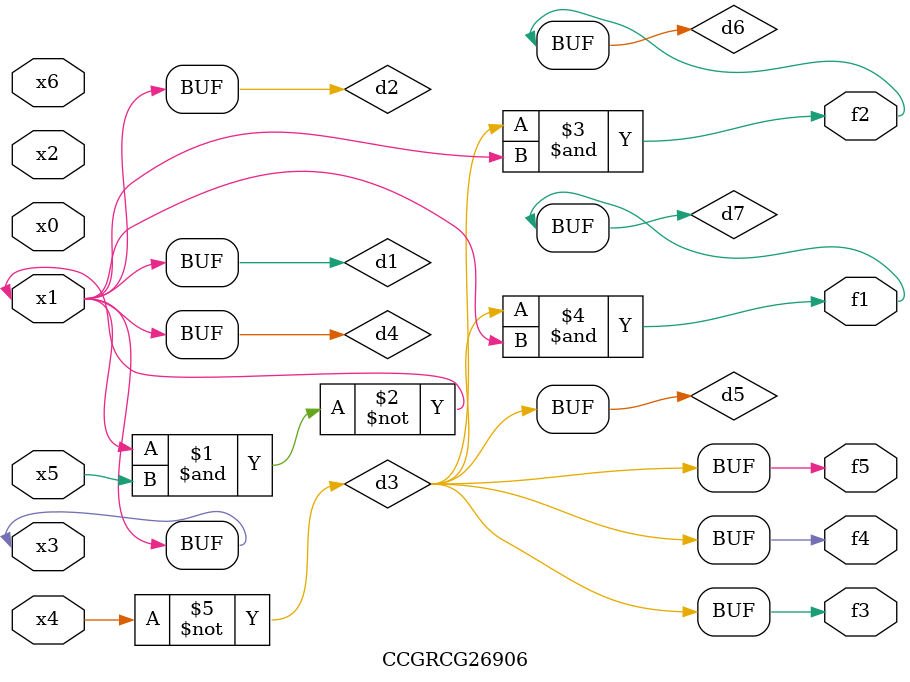
<source format=v>
module CCGRCG26906(
	input x0, x1, x2, x3, x4, x5, x6,
	output f1, f2, f3, f4, f5
);

	wire d1, d2, d3, d4, d5, d6, d7;

	buf (d1, x1, x3);
	nand (d2, x1, x5);
	not (d3, x4);
	buf (d4, d1, d2);
	buf (d5, d3);
	and (d6, d3, d4);
	and (d7, d3, d4);
	assign f1 = d7;
	assign f2 = d6;
	assign f3 = d5;
	assign f4 = d5;
	assign f5 = d5;
endmodule

</source>
